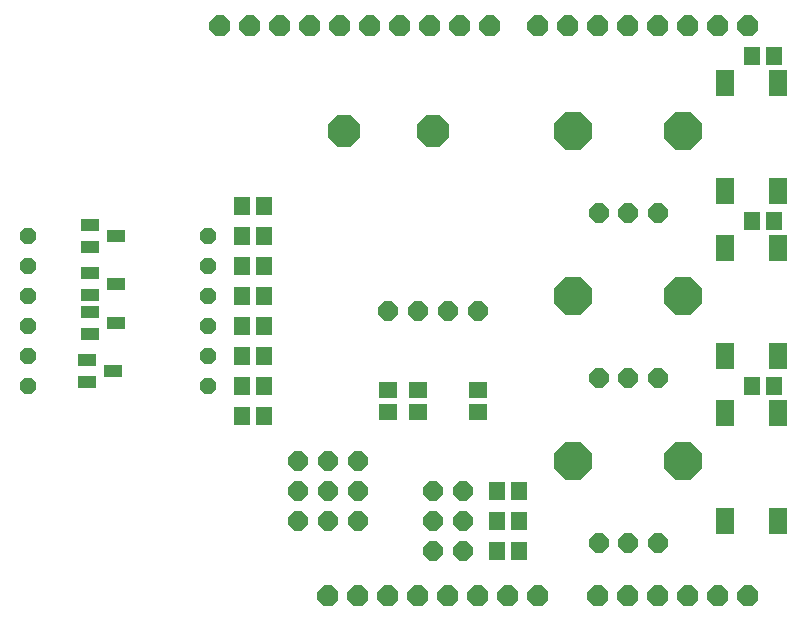
<source format=gts>
G75*
%MOIN*%
%OFA0B0*%
%FSLAX25Y25*%
%IPPOS*%
%LPD*%
%AMOC8*
5,1,8,0,0,1.08239X$1,22.5*
%
%ADD10OC8,0.10400*%
%ADD11OC8,0.06337*%
%ADD12OC8,0.12668*%
%ADD13R,0.05900X0.08700*%
%ADD14R,0.05518X0.06306*%
%ADD15OC8,0.06400*%
%ADD16OC8,0.05550*%
%ADD17OC8,0.07000*%
%ADD18R,0.06306X0.05518*%
%ADD19R,0.05912X0.04337*%
D10*
X0120200Y0170000D03*
X0149800Y0170000D03*
D11*
X0205157Y0142441D03*
X0215000Y0142441D03*
X0224843Y0142441D03*
X0224843Y0087441D03*
X0215000Y0087441D03*
X0205157Y0087441D03*
X0205157Y0032441D03*
X0215000Y0032441D03*
X0224843Y0032441D03*
D12*
X0233307Y0060000D03*
X0196693Y0060000D03*
X0196693Y0115000D03*
X0233307Y0115000D03*
X0233307Y0170000D03*
X0196693Y0170000D03*
D13*
X0247300Y0185900D03*
X0265000Y0185900D03*
X0265000Y0150000D03*
X0247300Y0150000D03*
X0247300Y0130900D03*
X0265000Y0130900D03*
X0265000Y0095000D03*
X0247300Y0095000D03*
X0247300Y0075900D03*
X0265000Y0075900D03*
X0265000Y0040000D03*
X0247300Y0040000D03*
D14*
X0086260Y0075000D03*
X0093740Y0075000D03*
X0093740Y0085000D03*
X0086260Y0085000D03*
X0086260Y0095000D03*
X0093740Y0095000D03*
X0093740Y0105000D03*
X0086260Y0105000D03*
X0086260Y0115000D03*
X0093740Y0115000D03*
X0093740Y0125000D03*
X0086260Y0125000D03*
X0086260Y0135000D03*
X0093740Y0135000D03*
X0093740Y0145000D03*
X0086260Y0145000D03*
X0171260Y0050000D03*
X0178740Y0050000D03*
X0178740Y0040000D03*
X0171260Y0040000D03*
X0171260Y0030000D03*
X0178740Y0030000D03*
X0256260Y0085000D03*
X0263740Y0085000D03*
X0263740Y0140000D03*
X0256260Y0140000D03*
X0256260Y0195000D03*
X0263740Y0195000D03*
D15*
X0165000Y0110000D03*
X0155000Y0110000D03*
X0145000Y0110000D03*
X0135000Y0110000D03*
X0125000Y0060000D03*
X0115000Y0060000D03*
X0105000Y0060000D03*
X0105000Y0050000D03*
X0115000Y0050000D03*
X0115000Y0040000D03*
X0105000Y0040000D03*
X0125000Y0040000D03*
X0125000Y0050000D03*
X0150000Y0050000D03*
X0160000Y0050000D03*
X0160000Y0040000D03*
X0150000Y0040000D03*
X0150000Y0030000D03*
X0160000Y0030000D03*
D16*
X0075000Y0085000D03*
X0075000Y0095000D03*
X0075000Y0105000D03*
X0075000Y0115000D03*
X0075000Y0125000D03*
X0075000Y0135000D03*
X0015000Y0135000D03*
X0015000Y0125000D03*
X0015000Y0115000D03*
X0015000Y0105000D03*
X0015000Y0095000D03*
X0015000Y0085000D03*
D17*
X0115000Y0015000D03*
X0125000Y0015000D03*
X0135000Y0015000D03*
X0145000Y0015000D03*
X0155000Y0015000D03*
X0165000Y0015000D03*
X0175000Y0015000D03*
X0185000Y0015000D03*
X0205000Y0015000D03*
X0215000Y0015000D03*
X0225000Y0015000D03*
X0235000Y0015000D03*
X0245000Y0015000D03*
X0255000Y0015000D03*
X0255000Y0205000D03*
X0245000Y0205000D03*
X0235000Y0205000D03*
X0225000Y0205000D03*
X0215000Y0205000D03*
X0205000Y0205000D03*
X0195000Y0205000D03*
X0185000Y0205000D03*
X0169000Y0205000D03*
X0159000Y0205000D03*
X0149000Y0205000D03*
X0139000Y0205000D03*
X0129000Y0205000D03*
X0119000Y0205000D03*
X0109000Y0205000D03*
X0099000Y0205000D03*
X0089000Y0205000D03*
X0079000Y0205000D03*
D18*
X0135000Y0083740D03*
X0135000Y0076260D03*
X0145000Y0076260D03*
X0145000Y0083740D03*
X0165000Y0083740D03*
X0165000Y0076260D03*
D19*
X0043331Y0090000D03*
X0034669Y0086260D03*
X0034669Y0093740D03*
X0035669Y0102260D03*
X0035669Y0109740D03*
X0035669Y0115260D03*
X0035669Y0122740D03*
X0044331Y0119000D03*
X0044331Y0106000D03*
X0035669Y0131260D03*
X0035669Y0138740D03*
X0044331Y0135000D03*
M02*

</source>
